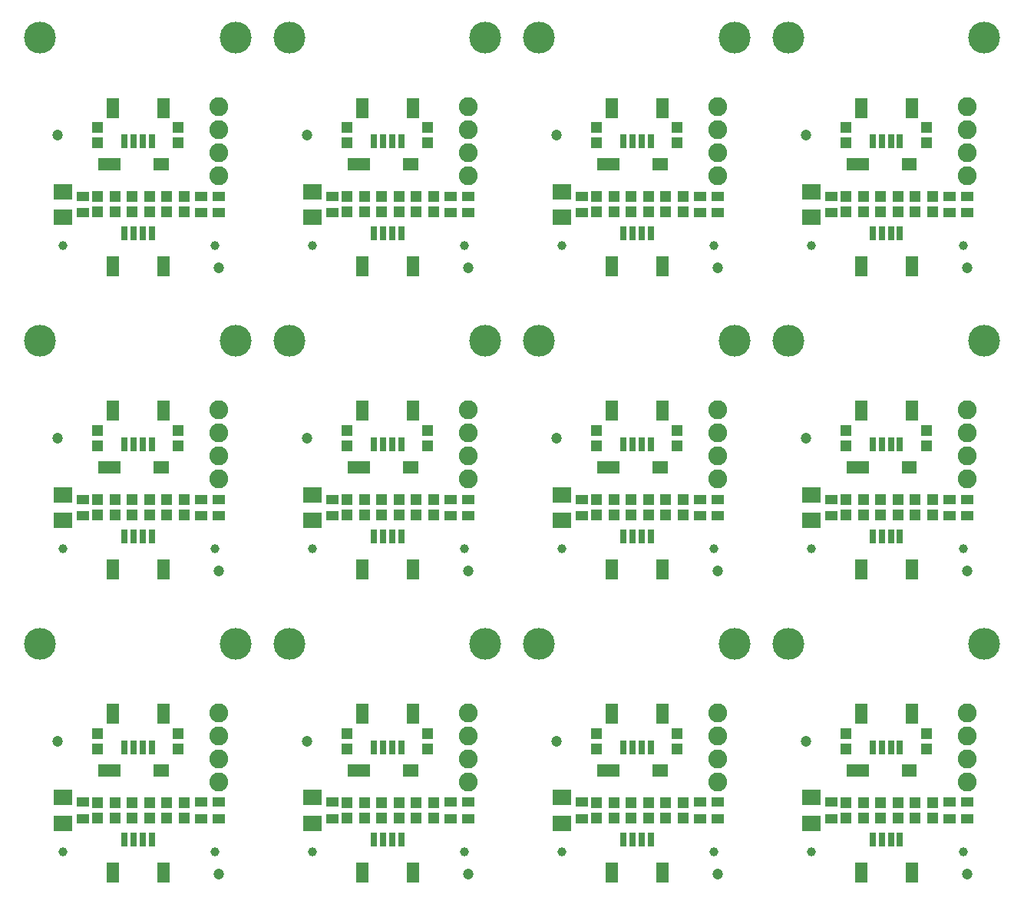
<source format=gts>
G75*
%MOIN*%
%OFA0B0*%
%FSLAX25Y25*%
%IPPOS*%
%LPD*%
%AMOC8*
5,1,8,0,0,1.08239X$1,22.5*
%
%ADD10C,0.03950*%
%ADD11R,0.05524X0.03950*%
%ADD12R,0.04737X0.05131*%
%ADD13R,0.07887X0.07099*%
%ADD14C,0.04737*%
%ADD15R,0.05524X0.08674*%
%ADD16R,0.03162X0.06115*%
%ADD17C,0.08200*%
%ADD18R,0.03300X0.05800*%
%ADD19C,0.13800*%
D10*
X0022880Y0094951D03*
X0088825Y0094951D03*
X0131180Y0094951D03*
X0197125Y0094951D03*
X0239480Y0094951D03*
X0305425Y0094951D03*
X0347780Y0094951D03*
X0413725Y0094951D03*
X0413725Y0226551D03*
X0347780Y0226551D03*
X0305425Y0226551D03*
X0239480Y0226551D03*
X0197125Y0226551D03*
X0131180Y0226551D03*
X0088825Y0226551D03*
X0022880Y0226551D03*
X0022880Y0358151D03*
X0088825Y0358151D03*
X0131180Y0358151D03*
X0197125Y0358151D03*
X0239480Y0358151D03*
X0305425Y0358151D03*
X0347780Y0358151D03*
X0413725Y0358151D03*
D11*
X0415300Y0372493D03*
X0415300Y0379580D03*
X0407800Y0379580D03*
X0407800Y0372493D03*
X0356300Y0372493D03*
X0356300Y0379580D03*
X0307000Y0379580D03*
X0307000Y0372493D03*
X0299500Y0372493D03*
X0299500Y0379580D03*
X0248000Y0379580D03*
X0248000Y0372493D03*
X0198700Y0372493D03*
X0198700Y0379580D03*
X0191200Y0379580D03*
X0191200Y0372493D03*
X0139700Y0372493D03*
X0139700Y0379580D03*
X0090400Y0379580D03*
X0082900Y0379580D03*
X0082900Y0372493D03*
X0090400Y0372493D03*
X0031400Y0372493D03*
X0031400Y0379580D03*
X0031400Y0247980D03*
X0031400Y0240893D03*
X0082900Y0240893D03*
X0082900Y0247980D03*
X0090400Y0247980D03*
X0090400Y0240893D03*
X0139700Y0240893D03*
X0139700Y0247980D03*
X0191200Y0247980D03*
X0191200Y0240893D03*
X0198700Y0240893D03*
X0198700Y0247980D03*
X0248000Y0247980D03*
X0248000Y0240893D03*
X0299500Y0240893D03*
X0299500Y0247980D03*
X0307000Y0247980D03*
X0307000Y0240893D03*
X0356300Y0240893D03*
X0356300Y0247980D03*
X0407800Y0247980D03*
X0407800Y0240893D03*
X0415300Y0240893D03*
X0415300Y0247980D03*
X0415300Y0116380D03*
X0415300Y0109293D03*
X0407800Y0109293D03*
X0407800Y0116380D03*
X0356300Y0116380D03*
X0356300Y0109293D03*
X0307000Y0109293D03*
X0307000Y0116380D03*
X0299500Y0116380D03*
X0299500Y0109293D03*
X0248000Y0109293D03*
X0248000Y0116380D03*
X0198700Y0116380D03*
X0198700Y0109293D03*
X0191200Y0109293D03*
X0191200Y0116380D03*
X0139700Y0116380D03*
X0139700Y0109293D03*
X0090400Y0109293D03*
X0082900Y0109293D03*
X0082900Y0116380D03*
X0090400Y0116380D03*
X0031400Y0116380D03*
X0031400Y0109293D03*
D12*
X0037900Y0109490D03*
X0037900Y0116183D03*
X0045400Y0116183D03*
X0045400Y0109490D03*
X0052900Y0109490D03*
X0060400Y0109490D03*
X0060400Y0116183D03*
X0052900Y0116183D03*
X0067900Y0116183D03*
X0067900Y0109490D03*
X0075400Y0109490D03*
X0075400Y0116183D03*
X0072900Y0139490D03*
X0072900Y0146183D03*
X0037900Y0146183D03*
X0037900Y0139490D03*
X0037900Y0241090D03*
X0037900Y0247783D03*
X0045400Y0247783D03*
X0045400Y0241090D03*
X0052900Y0241090D03*
X0052900Y0247783D03*
X0060400Y0247783D03*
X0060400Y0241090D03*
X0067900Y0241090D03*
X0067900Y0247783D03*
X0075400Y0247783D03*
X0075400Y0241090D03*
X0072900Y0271090D03*
X0072900Y0277783D03*
X0037900Y0277783D03*
X0037900Y0271090D03*
X0037900Y0372690D03*
X0037900Y0379383D03*
X0045400Y0379383D03*
X0045400Y0372690D03*
X0052900Y0372690D03*
X0060400Y0372690D03*
X0060400Y0379383D03*
X0052900Y0379383D03*
X0067900Y0379383D03*
X0067900Y0372690D03*
X0075400Y0372690D03*
X0075400Y0379383D03*
X0072900Y0402690D03*
X0072900Y0409383D03*
X0037900Y0409383D03*
X0037900Y0402690D03*
X0146200Y0402690D03*
X0146200Y0409383D03*
X0146200Y0379383D03*
X0146200Y0372690D03*
X0153700Y0372690D03*
X0153700Y0379383D03*
X0161200Y0379383D03*
X0168700Y0379383D03*
X0168700Y0372690D03*
X0161200Y0372690D03*
X0176200Y0372690D03*
X0176200Y0379383D03*
X0183700Y0379383D03*
X0183700Y0372690D03*
X0181200Y0402690D03*
X0181200Y0409383D03*
X0254500Y0409383D03*
X0254500Y0402690D03*
X0254500Y0379383D03*
X0254500Y0372690D03*
X0262000Y0372690D03*
X0269500Y0372690D03*
X0269500Y0379383D03*
X0262000Y0379383D03*
X0277000Y0379383D03*
X0277000Y0372690D03*
X0284500Y0372690D03*
X0284500Y0379383D03*
X0292000Y0379383D03*
X0292000Y0372690D03*
X0289500Y0402690D03*
X0289500Y0409383D03*
X0362800Y0409383D03*
X0362800Y0402690D03*
X0362800Y0379383D03*
X0362800Y0372690D03*
X0370300Y0372690D03*
X0377800Y0372690D03*
X0377800Y0379383D03*
X0370300Y0379383D03*
X0385300Y0379383D03*
X0385300Y0372690D03*
X0392800Y0372690D03*
X0400300Y0372690D03*
X0400300Y0379383D03*
X0392800Y0379383D03*
X0397800Y0402690D03*
X0397800Y0409383D03*
X0397800Y0277783D03*
X0397800Y0271090D03*
X0400300Y0247783D03*
X0400300Y0241090D03*
X0392800Y0241090D03*
X0392800Y0247783D03*
X0385300Y0247783D03*
X0385300Y0241090D03*
X0377800Y0241090D03*
X0377800Y0247783D03*
X0370300Y0247783D03*
X0370300Y0241090D03*
X0362800Y0241090D03*
X0362800Y0247783D03*
X0362800Y0271090D03*
X0362800Y0277783D03*
X0292000Y0247783D03*
X0292000Y0241090D03*
X0284500Y0241090D03*
X0284500Y0247783D03*
X0277000Y0247783D03*
X0277000Y0241090D03*
X0269500Y0241090D03*
X0269500Y0247783D03*
X0262000Y0247783D03*
X0262000Y0241090D03*
X0254500Y0241090D03*
X0254500Y0247783D03*
X0254500Y0271090D03*
X0254500Y0277783D03*
X0289500Y0277783D03*
X0289500Y0271090D03*
X0183700Y0247783D03*
X0183700Y0241090D03*
X0176200Y0241090D03*
X0176200Y0247783D03*
X0168700Y0247783D03*
X0168700Y0241090D03*
X0161200Y0241090D03*
X0161200Y0247783D03*
X0153700Y0247783D03*
X0153700Y0241090D03*
X0146200Y0241090D03*
X0146200Y0247783D03*
X0146200Y0271090D03*
X0146200Y0277783D03*
X0181200Y0277783D03*
X0181200Y0271090D03*
X0181200Y0146183D03*
X0181200Y0139490D03*
X0183700Y0116183D03*
X0183700Y0109490D03*
X0176200Y0109490D03*
X0176200Y0116183D03*
X0168700Y0116183D03*
X0161200Y0116183D03*
X0161200Y0109490D03*
X0168700Y0109490D03*
X0153700Y0109490D03*
X0153700Y0116183D03*
X0146200Y0116183D03*
X0146200Y0109490D03*
X0146200Y0139490D03*
X0146200Y0146183D03*
X0254500Y0146183D03*
X0254500Y0139490D03*
X0254500Y0116183D03*
X0254500Y0109490D03*
X0262000Y0109490D03*
X0269500Y0109490D03*
X0269500Y0116183D03*
X0262000Y0116183D03*
X0277000Y0116183D03*
X0277000Y0109490D03*
X0284500Y0109490D03*
X0284500Y0116183D03*
X0292000Y0116183D03*
X0292000Y0109490D03*
X0289500Y0139490D03*
X0289500Y0146183D03*
X0362800Y0146183D03*
X0362800Y0139490D03*
X0362800Y0116183D03*
X0362800Y0109490D03*
X0370300Y0109490D03*
X0377800Y0109490D03*
X0377800Y0116183D03*
X0370300Y0116183D03*
X0385300Y0116183D03*
X0385300Y0109490D03*
X0392800Y0109490D03*
X0400300Y0109490D03*
X0400300Y0116183D03*
X0392800Y0116183D03*
X0397800Y0139490D03*
X0397800Y0146183D03*
D13*
X0347800Y0118348D03*
X0347800Y0107325D03*
X0239500Y0107325D03*
X0239500Y0118348D03*
X0131200Y0118348D03*
X0131200Y0107325D03*
X0022900Y0107325D03*
X0022900Y0118348D03*
X0022900Y0238925D03*
X0022900Y0249948D03*
X0131200Y0249948D03*
X0131200Y0238925D03*
X0239500Y0238925D03*
X0239500Y0249948D03*
X0347800Y0249948D03*
X0347800Y0238925D03*
X0347800Y0370525D03*
X0347800Y0381548D03*
X0239500Y0381548D03*
X0239500Y0370525D03*
X0131200Y0370525D03*
X0131200Y0381548D03*
X0022900Y0381548D03*
X0022900Y0370525D03*
D14*
X0020400Y0406037D03*
X0090400Y0348537D03*
X0128700Y0406037D03*
X0198700Y0348537D03*
X0237000Y0406037D03*
X0307000Y0348537D03*
X0345300Y0406037D03*
X0415300Y0348537D03*
X0345300Y0274437D03*
X0307000Y0216937D03*
X0237000Y0274437D03*
X0198700Y0216937D03*
X0128700Y0274437D03*
X0090400Y0216937D03*
X0020400Y0274437D03*
X0020400Y0142837D03*
X0090400Y0085337D03*
X0128700Y0142837D03*
X0198700Y0085337D03*
X0237000Y0142837D03*
X0307000Y0085337D03*
X0345300Y0142837D03*
X0415300Y0085337D03*
X0415300Y0216937D03*
D15*
X0044376Y0085868D03*
X0066424Y0085868D03*
X0066424Y0154805D03*
X0044376Y0154805D03*
X0044376Y0217468D03*
X0066424Y0217468D03*
X0066424Y0286405D03*
X0044376Y0286405D03*
X0044376Y0349068D03*
X0066424Y0349068D03*
X0066424Y0418005D03*
X0044376Y0418005D03*
X0152676Y0418005D03*
X0174724Y0418005D03*
X0174724Y0349068D03*
X0152676Y0349068D03*
X0152676Y0286405D03*
X0174724Y0286405D03*
X0174724Y0217468D03*
X0152676Y0217468D03*
X0152676Y0154805D03*
X0174724Y0154805D03*
X0174724Y0085868D03*
X0152676Y0085868D03*
X0260976Y0085868D03*
X0283024Y0085868D03*
X0283024Y0154805D03*
X0260976Y0154805D03*
X0260976Y0217468D03*
X0283024Y0217468D03*
X0283024Y0286405D03*
X0260976Y0286405D03*
X0260976Y0349068D03*
X0283024Y0349068D03*
X0283024Y0418005D03*
X0260976Y0418005D03*
X0369276Y0418005D03*
X0391324Y0418005D03*
X0391324Y0349068D03*
X0369276Y0349068D03*
X0369276Y0286405D03*
X0391324Y0286405D03*
X0391324Y0217468D03*
X0369276Y0217468D03*
X0369276Y0154805D03*
X0391324Y0154805D03*
X0391324Y0085868D03*
X0369276Y0085868D03*
D16*
X0374394Y0100337D03*
X0378331Y0100337D03*
X0382269Y0100337D03*
X0386206Y0100337D03*
X0386206Y0140337D03*
X0382269Y0140337D03*
X0378331Y0140337D03*
X0374394Y0140337D03*
X0374394Y0231937D03*
X0378331Y0231937D03*
X0382269Y0231937D03*
X0386206Y0231937D03*
X0386206Y0271937D03*
X0382269Y0271937D03*
X0378331Y0271937D03*
X0374394Y0271937D03*
X0374394Y0363537D03*
X0378331Y0363537D03*
X0382269Y0363537D03*
X0386206Y0363537D03*
X0386206Y0403537D03*
X0382269Y0403537D03*
X0378331Y0403537D03*
X0374394Y0403537D03*
X0277906Y0403537D03*
X0273969Y0403537D03*
X0270031Y0403537D03*
X0266094Y0403537D03*
X0266094Y0363537D03*
X0270031Y0363537D03*
X0273969Y0363537D03*
X0277906Y0363537D03*
X0277906Y0271937D03*
X0273969Y0271937D03*
X0270031Y0271937D03*
X0266094Y0271937D03*
X0266094Y0231937D03*
X0270031Y0231937D03*
X0273969Y0231937D03*
X0277906Y0231937D03*
X0277906Y0140337D03*
X0273969Y0140337D03*
X0270031Y0140337D03*
X0266094Y0140337D03*
X0266094Y0100337D03*
X0270031Y0100337D03*
X0273969Y0100337D03*
X0277906Y0100337D03*
X0169606Y0100337D03*
X0165669Y0100337D03*
X0161731Y0100337D03*
X0157794Y0100337D03*
X0157794Y0140337D03*
X0161731Y0140337D03*
X0165669Y0140337D03*
X0169606Y0140337D03*
X0169606Y0231937D03*
X0165669Y0231937D03*
X0161731Y0231937D03*
X0157794Y0231937D03*
X0157794Y0271937D03*
X0161731Y0271937D03*
X0165669Y0271937D03*
X0169606Y0271937D03*
X0169606Y0363537D03*
X0165669Y0363537D03*
X0161731Y0363537D03*
X0157794Y0363537D03*
X0157794Y0403537D03*
X0161731Y0403537D03*
X0165669Y0403537D03*
X0169606Y0403537D03*
X0061306Y0403537D03*
X0057369Y0403537D03*
X0053431Y0403537D03*
X0049494Y0403537D03*
X0049494Y0363537D03*
X0053431Y0363537D03*
X0057369Y0363537D03*
X0061306Y0363537D03*
X0061306Y0271937D03*
X0057369Y0271937D03*
X0053431Y0271937D03*
X0049494Y0271937D03*
X0049494Y0231937D03*
X0053431Y0231937D03*
X0057369Y0231937D03*
X0061306Y0231937D03*
X0061306Y0140337D03*
X0057369Y0140337D03*
X0053431Y0140337D03*
X0049494Y0140337D03*
X0049494Y0100337D03*
X0053431Y0100337D03*
X0057369Y0100337D03*
X0061306Y0100337D03*
D17*
X0090400Y0125337D03*
X0090400Y0135337D03*
X0090400Y0145337D03*
X0090400Y0155337D03*
X0090400Y0256937D03*
X0090400Y0266937D03*
X0090400Y0276937D03*
X0090400Y0286937D03*
X0090400Y0388537D03*
X0090400Y0398537D03*
X0090400Y0408537D03*
X0090400Y0418537D03*
X0198700Y0418537D03*
X0198700Y0408537D03*
X0198700Y0398537D03*
X0198700Y0388537D03*
X0198700Y0286937D03*
X0198700Y0276937D03*
X0198700Y0266937D03*
X0198700Y0256937D03*
X0198700Y0155337D03*
X0198700Y0145337D03*
X0198700Y0135337D03*
X0198700Y0125337D03*
X0307000Y0125337D03*
X0307000Y0135337D03*
X0307000Y0145337D03*
X0307000Y0155337D03*
X0307000Y0256937D03*
X0307000Y0266937D03*
X0307000Y0276937D03*
X0307000Y0286937D03*
X0307000Y0388537D03*
X0307000Y0398537D03*
X0307000Y0408537D03*
X0307000Y0418537D03*
X0415300Y0418537D03*
X0415300Y0408537D03*
X0415300Y0398537D03*
X0415300Y0388537D03*
X0415300Y0286937D03*
X0415300Y0276937D03*
X0415300Y0266937D03*
X0415300Y0256937D03*
X0415300Y0155337D03*
X0415300Y0145337D03*
X0415300Y0135337D03*
X0415300Y0125337D03*
D18*
X0391900Y0130337D03*
X0388700Y0130337D03*
X0371000Y0130337D03*
X0367800Y0130337D03*
X0364600Y0130337D03*
X0283600Y0130337D03*
X0280400Y0130337D03*
X0262700Y0130337D03*
X0259500Y0130337D03*
X0256300Y0130337D03*
X0175300Y0130337D03*
X0172100Y0130337D03*
X0154400Y0130337D03*
X0151200Y0130337D03*
X0148000Y0130337D03*
X0067000Y0130337D03*
X0063800Y0130337D03*
X0046100Y0130337D03*
X0042900Y0130337D03*
X0039700Y0130337D03*
X0039700Y0261937D03*
X0042900Y0261937D03*
X0046100Y0261937D03*
X0063800Y0261937D03*
X0067000Y0261937D03*
X0148000Y0261937D03*
X0151200Y0261937D03*
X0154400Y0261937D03*
X0172100Y0261937D03*
X0175300Y0261937D03*
X0256300Y0261937D03*
X0259500Y0261937D03*
X0262700Y0261937D03*
X0280400Y0261937D03*
X0283600Y0261937D03*
X0364600Y0261937D03*
X0367800Y0261937D03*
X0371000Y0261937D03*
X0388700Y0261937D03*
X0391900Y0261937D03*
X0391900Y0393537D03*
X0388700Y0393537D03*
X0371000Y0393537D03*
X0367800Y0393537D03*
X0364600Y0393537D03*
X0283600Y0393537D03*
X0280400Y0393537D03*
X0262700Y0393537D03*
X0259500Y0393537D03*
X0256300Y0393537D03*
X0175300Y0393537D03*
X0172100Y0393537D03*
X0154400Y0393537D03*
X0151200Y0393537D03*
X0148000Y0393537D03*
X0067000Y0393537D03*
X0063800Y0393537D03*
X0046100Y0393537D03*
X0042900Y0393537D03*
X0039700Y0393537D03*
D19*
X0012900Y0448537D03*
X0097900Y0448537D03*
X0121200Y0448537D03*
X0206200Y0448537D03*
X0229500Y0448537D03*
X0314500Y0448537D03*
X0337800Y0448537D03*
X0422800Y0448537D03*
X0422800Y0316937D03*
X0337800Y0316937D03*
X0314500Y0316937D03*
X0229500Y0316937D03*
X0206200Y0316937D03*
X0121200Y0316937D03*
X0097900Y0316937D03*
X0012900Y0316937D03*
X0012900Y0185337D03*
X0097900Y0185337D03*
X0121200Y0185337D03*
X0206200Y0185337D03*
X0229500Y0185337D03*
X0314500Y0185337D03*
X0337800Y0185337D03*
X0422800Y0185337D03*
M02*

</source>
